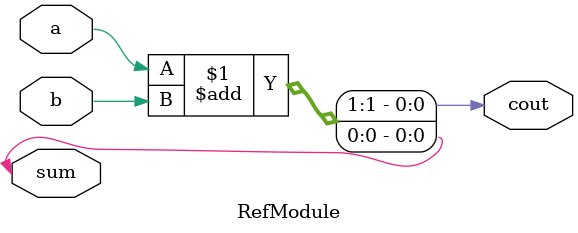
<source format=sv>

module RefModule (
  input a,
  input b,
  input sum,
  output cout
);

  assign {cout, sum} = a+b;

endmodule


</source>
